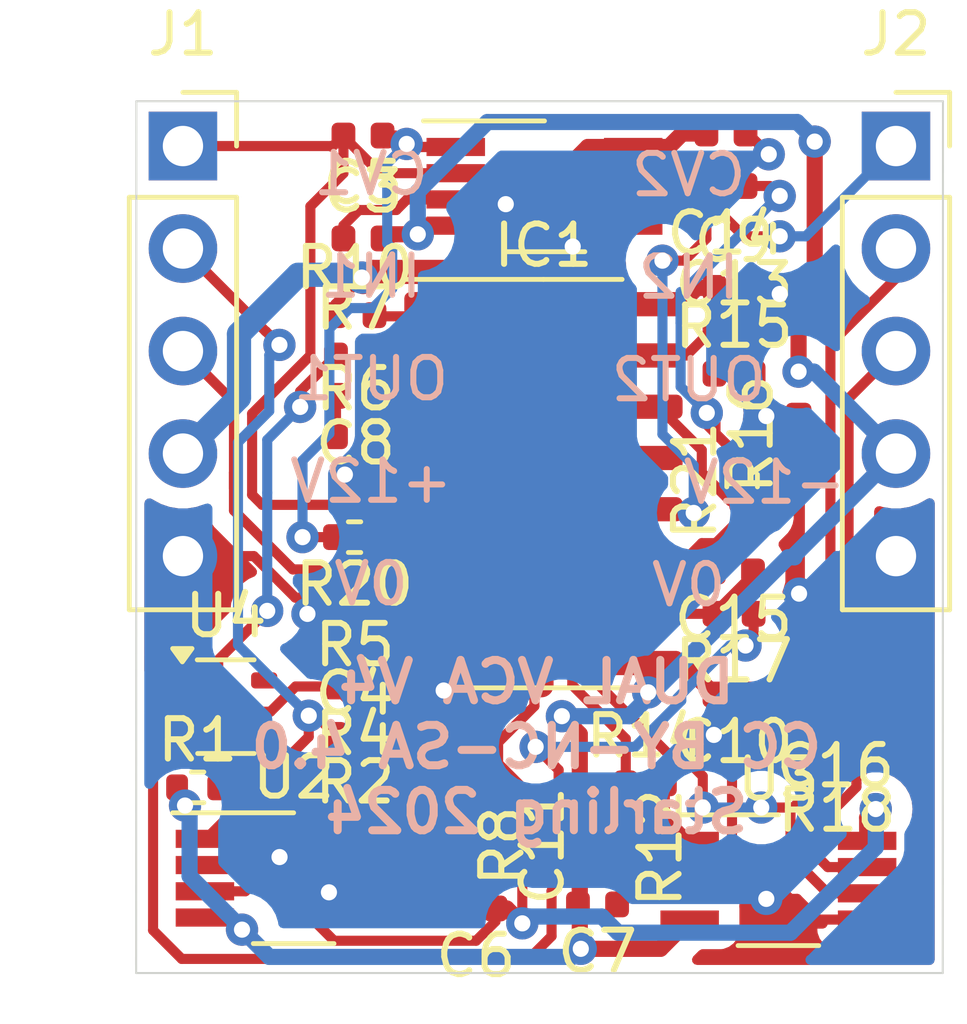
<source format=kicad_pcb>
(kicad_pcb (version 20240108) (generator "pcbnew") (generator_version "8.0")
  (layers (0 "F.Cu" signal) (31 "B.Cu" signal) (34 "B.Paste" user) (35 "F.Paste" user) (36 "B.SilkS" user "B.Silkscreen") (37 "F.SilkS" user "F.Silkscreen") (38 "B.Mask" user) (39 "F.Mask" user) (44 "Edge.Cuts" user))
  (net 0 "")
  (net 1 "GND")
  (net 2 "+12V")
  (net 3 "-12V")
  (net 4 "Net-(C4-Pad2)")
  (net 5 "Net-(IC1B-IN)")
  (net 6 "Net-(C5-Pad1)")
  (net 7 "Net-(C8-Pad2)")
  (net 8 "Net-(IC1A-IN)")
  (net 9 "Net-(IC1B-OUT)")
  (net 10 "Net-(C13-Pad2)")
  (net 11 "Net-(IC1D-IN)")
  (net 12 "Net-(C14-Pad1)")
  (net 13 "Net-(C15-Pad2)")
  (net 14 "Net-(IC1C-IN)")
  (net 15 "Net-(IC1D-OUT)")
  (net 16 "Net-(IC1E-MODE)")
  (net 17 "outl")
  (net 18 "inl")
  (net 19 "cvl")
  (net 20 "outr")
  (net 21 "inr")
  (net 22 "cvr")
  (net 23 "Net-(IC1A-CTRL)")
  (net 24 "Net-(IC1C-CTRL)")
  (net 25 "Net-(R2-Pad1)")
  (net 26 "Net-(R12-Pad1)")
  (net 30 "-5VREF")
  (footprint "Capacitor_SMD:C_0402_1005Metric" (layer "F.Cu") (at 139.4 100.8)
    (property "Reference" "C2" (hide yes))
    (property "Value" "100n")
  )
  (footprint "Capacitor_SMD:C_0402_1005Metric" (layer "F.Cu") (at 130.4 103.4)
    (property "Reference" "C3")
    (property "Value" "100n")
  )
  (footprint "Capacitor_SMD:C_0402_1005Metric" (layer "F.Cu") (at 130.2 113.5 180)
    (property "Reference" "C4")
    (property "Value" "1200p")
  )
  (footprint "Capacitor_SMD:C_0402_1005Metric" (layer "F.Cu") (at 130.4 100.85 180)
    (property "Reference" "C5")
    (property "Value" "100p")
  )
  (footprint "Capacitor_SMD:C_0402_1005Metric" (layer "F.Cu") (at 133.2 120 180)
    (property "Reference" "C6")
    (property "Value" "100n")
  )
  (footprint "Capacitor_SMD:C_0402_1005Metric" (layer "F.Cu") (at 136.215 119.9 180)
    (property "Reference" "C7")
    (property "Value" "100n")
  )
  (footprint "Capacitor_SMD:C_0402_1005Metric" (layer "F.Cu") (at 130.215 107.3 180)
    (property "Reference" "C8")
    (property "Value" "1200p")
  )
  (footprint "Capacitor_SMD:C_0402_1005Metric" (layer "F.Cu") (at 139.6 104.625)
    (property "Reference" "C9")
    (property "Value" "100n")
  )
  (footprint "Capacitor_SMD:C_0402_1005Metric" (layer "F.Cu") (at 139.6 114.7 180)
    (property "Reference" "C10")
    (property "Value" "100n")
  )
  (footprint "Capacitor_SMD:C_0402_1005Metric" (layer "F.Cu") (at 133.68 118.45 -90)
    (property "Reference" "C11")
    (property "Value" "100p")
  )
  (footprint "Capacitor_SMD:C_0402_1005Metric" (layer "F.Cu") (at 139.6 105.7)
    (property "Reference" "C13")
    (property "Value" "1200p")
  )
  (footprint "Capacitor_SMD:C_0402_1005Metric" (layer "F.Cu") (at 139.4 102.1 180)
    (property "Reference" "C14")
    (property "Value" "100p")
  )
  (footprint "Capacitor_SMD:C_0402_1005Metric" (layer "F.Cu") (at 139.585 111.65 180)
    (property "Reference" "C15")
    (property "Value" "1200p")
  )
  (footprint "Capacitor_SMD:C_0402_1005Metric" (layer "F.Cu") (at 142.115 115.3 180)
    (property "Reference" "C16")
    (property "Value" "100p")
  )
  (footprint "Connector_PinSocket_2.54mm:PinSocket_1x05_P2.54mm_Vertical" (layer "F.Cu") (at 125.935 101.11)
    (property "Reference" "J1")
    (property "Value" "lh")
  )
  (footprint "Connector_PinSocket_2.54mm:PinSocket_1x05_P2.54mm_Vertical" (layer "F.Cu") (at 143.615 101.11)
    (property "Reference" "J2")
    (property "Value" "rh")
  )
  (footprint "Resistor_SMD:R_0402_1005Metric" (layer "F.Cu") (at 130.2 115.7 180)
    (property "Reference" "R2")
    (property "Value" "100k")
  )
  (footprint "Resistor_SMD:R_0402_1005Metric" (layer "F.Cu") (at 130.2 114.5 180)
    (property "Reference" "R4")
    (property "Value" "30k")
  )
  (footprint "Resistor_SMD:R_0402_1005Metric" (layer "F.Cu") (at 130.2 112.3 180)
    (property "Reference" "R5")
    (property "Value" "220")
  )
  (footprint "Resistor_SMD:R_0402_1005Metric" (layer "F.Cu") (at 130.215 108.3)
    (property "Reference" "R6")
    (property "Value" "220")
  )
  (footprint "Resistor_SMD:R_0402_1005Metric" (layer "F.Cu") (at 130.215 106.3)
    (property "Reference" "R7")
    (property "Value" "100k")
  )
  (footprint "Resistor_SMD:R_0402_1005Metric" (layer "F.Cu") (at 132.68 118.45 -90)
    (property "Reference" "R8")
    (property "Value" "30k")
  )
  (footprint "Resistor_SMD:R_0402_1005Metric" (layer "F.Cu") (at 130.2 105.3)
    (property "Reference" "R10")
    (property "Value" "390k")
  )
  (footprint "Resistor_SMD:R_0402_1005Metric" (layer "F.Cu") (at 136.6 118.5 -90)
    (property "Reference" "R12")
    (property "Value" "100k")
  )
  (footprint "Resistor_SMD:R_0402_1005Metric" (layer "F.Cu") (at 137.4 116.9)
    (property "Reference" "R14")
    (property "Value" "30k")
  )
  (footprint "Resistor_SMD:R_0402_1005Metric" (layer "F.Cu") (at 139.6 106.75)
    (property "Reference" "R15")
    (property "Value" "220")
  )
  (footprint "Resistor_SMD:R_0402_1005Metric" (layer "F.Cu") (at 141.2 108.25 90)
    (property "Reference" "R16")
    (property "Value" "220")
  )
  (footprint "Resistor_SMD:R_0402_1005Metric" (layer "F.Cu") (at 139.6 112.7 180)
    (property "Reference" "R17")
    (property "Value" "100k")
  )
  (footprint "Resistor_SMD:R_0402_1005Metric" (layer "F.Cu") (at 142.15 116.4 180)
    (property "Reference" "R18")
    (property "Value" "30k")
  )
  (footprint "Package_SO:VSSOP-8_3.0x3.0mm_P0.65mm" (layer "F.Cu") (at 134.9 102.108)
    (property "Reference" "U1" (hide yes))
    (property "Value" "TL072")
  )
  (footprint "Package_SO:VSSOP-8_3.0x3.0mm_P0.65mm" (layer "F.Cu") (at 128.68 119.25)
    (property "Reference" "U2")
    (property "Value" "TL072")
  )
  (footprint "Package_SO:VSSOP-8_3.0x3.0mm_P0.65mm" (layer "F.Cu") (at 140.7 119.3)
    (property "Reference" "U3")
    (property "Value" "TL072")
  )
  (footprint "Package_SO:SOIC-16_3.9x9.9mm_P1.27mm" (layer "F.Cu") (at 134.874 109.474)
    (property "Reference" "IC1")
    (property "Value" "SSM2164S")
  )
  (footprint "Package_TO_SOT_SMD:SOT-353_SC-70-5" (layer "F.Cu") (at 127 115)
    (property "Reference" "U4")
    (property "Value" "LM4040DCK-5")
  )
  (footprint "Resistor_SMD:R_0402_1005Metric" (layer "F.Cu") (at 139.8 109.4 90)
    (property "Reference" "R21")
    (property "Value" "4.7k")
  )
  (footprint "Resistor_SMD:R_0402_1005Metric" (layer "F.Cu") (at 126.3 117)
    (property "Reference" "R1")
    (property "Value" "4.7k")
  )
  (footprint "Resistor_SMD:R_0402_1005Metric" (layer "F.Cu") (at 130.19 110.8 180)
    (property "Reference" "R20")
    (property "Value" "4.7k")
  )
  (gr_line (start 144.78 100) (end 144.775 121.6) (stroke (width 0.05)) (layer "Edge.Cuts"))
  (gr_line (start 124.775 121.6) (end 124.78 100) (stroke (width 0.05)) (layer "Edge.Cuts"))
  (gr_line (start 124.78 100) (end 144.78 100) (stroke (width 0.05)) (layer "Edge.Cuts"))
  (gr_line (start 144.775 121.6) (end 124.775 121.6) (stroke (width 0.05)) (layer "Edge.Cuts"))
  (gr_text "IN1" (at 130.6 104.34 0) (layer "B.SilkS") (effects (font (size 1 1)) (justify mirror)))
  (gr_text "OUT1" (at 130.6 106.88 0) (layer "B.SilkS") (effects (font (size 1 1)) (justify mirror)))
  (gr_text "+12V\n" (at 130.6 109.42 0) (layer "B.SilkS") (effects (font (size 1 1)) (justify mirror)))
  (gr_text "0V" (at 130.6 111.96 0) (layer "B.SilkS") (effects (font (size 1 1)) (justify mirror)))
  (gr_text "IN2" (at 138.475 104.365 0) (layer "B.SilkS") (effects (font (size 1 1)) (justify mirror)))
  (gr_text "OUT2" (at 138.475 106.905 0) (layer "B.SilkS") (effects (font (size 1 1)) (justify mirror)))
  (gr_text "-12V	" (at 138.475 109.445 0) (layer "B.SilkS") (effects (font (size 1 1)) (justify mirror)))
  (gr_text "0V" (at 138.475 111.985 0) (layer "B.SilkS") (effects (font (size 1 1)) (justify mirror)))
  (gr_text "CV2\n" (at 138.475 101.825 0) (layer "B.SilkS") (effects (font (size 1 1)) (justify mirror)))
  (gr_text "DUAL VCA V4\nCC BY-NC-SA 4.0\nStarling 2024" (at 134.7 116 0) (layer "B.SilkS") (effects (font (size 1 1) (thickness 0.2)) (justify mirror)))
  (gr_text "CV1" (at 130.6 101.8 0) (layer "B.SilkS") (effects (font (size 1 1)) (justify mirror)))
  (segment (start 142.9 120.275) (end 141.675 120.275) (width 0.25) (layer "F.Cu") (net 1))
  (segment (start 139.946096 100.8) (end 140.460696 101.3146) (width 0.25) (layer "F.Cu") (net 1))
  (segment (start 127.137081 111.27) (end 125.935 111.27) (width 0.25) (layer "F.Cu") (net 1))
  (segment (start 136.117 103.083) (end 137.1 103.083) (width 0.25) (layer "F.Cu") (net 1))
  (segment (start 130.88 120.225) (end 132.49 120.225) (width 0.25) (layer "F.Cu") (net 1))
  (segment (start 132.7 102.433) (end 133.82291 102.433) (width 0.25) (layer "F.Cu") (net 1))
  (segment (start 144.3 119.9) (end 144.3 111.955) (width 0.25) (layer "F.Cu") (net 1))
  (segment (start 141.21217 113.913135) (end 140.425305 114.7) (width 0.5) (layer "F.Cu") (net 1))
  (segment (start 129.905 120.225) (end 129.554998 119.874998) (width 0.25) (layer "F.Cu") (net 1))
  (segment (start 126.48 119.575) (end 127.481689 119.575) (width 0.25) (layer "F.Cu") (net 1))
  (segment (start 136.975 119.625) (end 136.7 119.9) (width 0.25) (layer "F.Cu") (net 1))
  (segment (start 136.117 103.083) (end 135.6 103.6) (width 0.25) (layer "F.Cu") (net 1))
  (segment (start 127.481689 119.575) (end 128.330128 118.726561) (width 0.25) (layer "F.Cu") (net 1))
  (segment (start 130.88 120.225) (end 129.905 120.225) (width 0.25) (layer "F.Cu") (net 1))
  (segment (start 140.58272 104.625) (end 140.732567 104.774847) (width 0.25) (layer "F.Cu") (net 1))
  (segment (start 141.2 107.765) (end 140.789698 107.765) (width 0.25) (layer "F.Cu") (net 1))
  (segment (start 129.423892 112.3) (end 129.022234 112.701658) (width 0.25) (layer "F.Cu") (net 1))
  (segment (start 130.7 108.3) (end 130.7 108.501574) (width 0.25) (layer "F.Cu") (net 1))
  (segment (start 139.885 100.8) (end 139.946096 100.8) (width 0.25) (layer "F.Cu") (net 1))
  (segment (start 125.4 111.805) (end 125.935 111.27) (width 0.25) (layer "F.Cu") (net 1))
  (segment (start 140.085 104.625) (end 140.58272 104.625) (width 0.25) (layer "F.Cu") (net 1))
  (segment (start 140.435 107.765) (end 141.2 107.765) (width 0.25) (layer "F.Cu") (net 1))
  (segment (start 139.404999 115.7) (end 139.1 115.7) (width 0.25) (layer "F.Cu") (net 1))
  (segment (start 142.9 120.275) (end 143.875 120.275) (width 0.25) (layer "F.Cu") (net 1))
  (segment (start 138.5 119.625) (end 136.975 119.625) (width 0.25) (layer "F.Cu") (net 1))
  (segment (start 143.875 120.275) (end 143.9 120.3) (width 0.25) (layer "F.Cu") (net 1))
  (segment (start 132.399 113.919) (end 132.399 114.599) (width 0.25) (layer "F.Cu") (net 1))
  (segment (start 141.162688 119.762688) (end 140.4 119.762688) (width 0.25) (layer "F.Cu") (net 1))
  (segment (start 140.085 115.019999) (end 139.404999 115.7) (width 0.25) (layer "F.Cu") (net 1))
  (segment (start 140.085 106.75) (end 140.085 107.060302) (width 0.25) (layer "F.Cu") (net 1))
  (segment (start 141.21217 112.2) (end 141.21217 113.913135) (width 0.5) (layer "F.Cu") (net 1))
  (segment (start 132.399 114.599) (end 132.4 114.6) (width 0.25) (layer "F.Cu") (net 1))
  (segment (start 126.05 115.65) (end 125.725001 115.65) (width 0.25) (layer "F.Cu") (net 1))
  (segment (start 129.715 112.3) (end 128.723004 112.3) (width 0.25) (layer "F.Cu") (net 1))
  (segment (start 140.435 107.765) (end 140.4 107.8) (width 0.25) (layer "F.Cu") (net 1))
  (segment (start 131.22653 102.69501) (end 130.29999 102.69501) (width 0.25) (layer "F.Cu") (net 1))
  (segment (start 138.5 119.625) (end 140.262312 119.625) (width 0.25) (layer "F.Cu") (net 1))
  (segment (start 140.085 107.060302) (end 140.789698 107.765) (width 0.25) (layer "F.Cu") (net 1))
  (segment (start 129.715 112.3) (end 129.423892 112.3) (width 0.25) (layer "F.Cu") (net 1))
  (segment (start 130.7 108.501574) (end 129.950787 109.250787) (width 0.25) (layer "F.Cu") (net 1))
  (segment (start 129.554998 119.874998) (end 129.554998 119.6) (width 0.25) (layer "F.Cu") (net 1))
  (segment (start 130.29999 102.69501) (end 129.915 103.08) (width 0.25) (layer "F.Cu") (net 1))
  (segment (start 125.4 115.324999) (end 125.4 111.805) (width 0.25) (layer "F.Cu") (net 1))
  (segment (start 140.085 106.75) (end 140.085 107.684294) (width 0.25) (layer "F.Cu") (net 1))
  (segment (start 143.9 120.3) (end 144.3 119.9) (width 0.25) (layer "F.Cu") (net 1))
  (segment (start 132.49 120.225) (end 132.715 120) (width 0.25) (layer "F.Cu") (net 1))
  (segment (start 127.693004 111.27) (end 127.137081 111.27) (width 0.25) (layer "F.Cu") (net 1))
  (segment (start 125.725001 115.65) (end 125.4 115.324999) (width 0.25) (layer "F.Cu") (net 1))
  (segment (start 141.21217 112.2) (end 141.324308 112.312138) (width 0.25) (layer "F.Cu") (net 1))
  (segment (start 140.085 114.7) (end 140.085 115.019999) (width 0.25) (layer "F.Cu") (net 1))
  (segment (start 133.82291 102.433) (end 133.93992 102.55001) (width 0.25) (layer "F.Cu") (net 1))
  (segment (start 129.915 103.08) (end 129.915 103.4) (width 0.25) (layer "F.Cu") (net 1))
  (segment (start 140.262312 119.625) (end 140.4 119.762688) (width 0.25) (layer "F.Cu") (net 1))
  (segment (start 131.48854 102.433) (end 131.22653 102.69501) (width 0.25) (layer "F.Cu") (net 1))
  (segment (start 141.675 120.275) (end 141.162688 119.762688) (width 0.25) (layer "F.Cu") (net 1))
  (segment (start 144.3 111.955) (end 143.615 111.27) (width 0.25) (layer "F.Cu") (net 1))
  (segment (start 128.723004 112.3) (end 127.693004 111.27) (width 0.25) (layer "F.Cu") (net 1))
  (segment (start 140.425305 114.7) (end 140.085 114.7) (width 0.25) (layer "F.Cu") (net 1))
  (segment (start 132.7 102.433) (end 131.48854 102.433) (width 0.25) (layer "F.Cu") (net 1))
  (via (at 140.4 119.762688) (size 0.8) (drill 0.4) (layers "F.Cu" "B.Cu") (net 1))
  (via (at 128.330128 118.726561) (size 0.8) (drill 0.4) (layers "F.Cu" "B.Cu") (net 1))
  (via (at 141.21217 112.2) (size 0.8) (drill 0.4) (layers "F.Cu" "B.Cu") (net 1))
  (via (at 139.1 115.7) (size 0.8) (drill 0.4) (layers "F.Cu" "B.Cu") (net 1))
  (via (at 133.93992 102.55001) (size 0.8) (drill 0.4) (layers "F.Cu" "B.Cu") (net 1))
  (via (at 140.460696 101.3146) (size 0.8) (drill 0.4) (layers "F.Cu" "B.Cu") (net 1))
  (via (at 140.732567 104.774847) (size 0.8) (drill 0.4) (layers "F.Cu" "B.Cu") (net 1))
  (via (at 132.4 114.6) (size 0.8) (drill 0.4) (layers "F.Cu" "B.Cu") (net 1))
  (via (at 129.022234 112.701658) (size 0.8) (drill 0.4) (layers "F.Cu" "B.Cu") (net 1))
  (via (at 129.950787 109.250787) (size 0.8) (drill 0.4) (layers "F.Cu" "B.Cu") (net 1))
  (via (at 135.6 103.6) (size 0.8) (drill 0.4) (layers "F.Cu" "B.Cu") (net 1))
  (via (at 129.554998 119.6) (size 0.8) (drill 0.4) (layers "F.Cu" "B.Cu") (net 1))
  (via (at 140.4 107.8) (size 0.8) (drill 0.4) (layers "F.Cu" "B.Cu") (net 1))
  (segment (start 143.615 111.27) (end 142.14217 111.27) (width 0.25) (layer "B.Cu") (net 1))
  (segment (start 142.14217 111.27) (end 141.21217 112.2) (width 0.25) (layer "B.Cu") (net 1))
  (segment (start 133.685 120) (end 133.962653 120) (width 0.4) (layer "F.Cu") (net 2))
  (segment (start 130.88 118.275) (end 129.806994 118.275) (width 0.25) (layer "F.Cu") (net 2))
  (segment (start 134.775 118.91) (end 134.35 119.335) (width 0.25) (layer "F.Cu") (net 2))
  (segment (start 133.5 104.229) (end 130.651 104.229) (width 0.6) (layer "F.Cu") (net 2))
  (segment (start 133.204999 120.8) (end 133.685 120.319999) (width 0.25) (layer "F.Cu") (net 2))
  (segment (start 134.3 104.229) (end 134.7 104.229) (width 0.6) (layer "F.Cu") (net 2))
  (segment (start 135.742916 105.029) (end 137.1 105.029) (width 0.6) (layer "F.Cu") (net 2))
  (segment (start 142.9 117.750307) (end 143.113601 117.536706) (width 0.4) (layer "F.Cu") (net 2))
  (segment (start 133.962653 120) (end 134.35 120.387347) (width 0.4) (layer "F.Cu") (net 2))
  (segment (start 134.67185 117.32815) (end 134.8 117.4563) (width 0.25) (layer "F.Cu") (net 2))
  (segment (start 134.824989 109.424989) (end 134.824989 113.8) (width 0.6) (layer "F.Cu") (net 2))
  (segment (start 134.649989 114.986407) (end 134.649989 114.643878) (width 0.25) (layer "F.Cu") (net 2))
  (segment (start 138.7 104.6) (end 138.725 104.625) (width 0.4) (layer "F.Cu") (net 2))
  (segment (start 135.975 101.133) (end 134.8 102.308) (width 0.4) (layer "F.Cu") (net 2))
  (segment (start 133.75 115.886396) (end 133.75 116.4063) (width 0.25) (layer "F.Cu") (net 2))
  (segment (start 134.824989 113.8) (end 134.824989 114.468878) (width 0.6) (layer "F.Cu") (net 2))
  (segment (start 134.67185 117.32815) (end 134.775 117.4313) (width 0.25) (layer "F.Cu") (net 2))
  (segment (start 134.3 104.229) (end 133.5 104.229) (width 0.6) (layer "F.Cu") (net 2))
  (segment (start 129.715 105.026421) (end 130.372686 104.368735) (width 0.25) (layer "F.Cu") (net 2))
  (segment (start 134.942916 104.229) (end 135.064546 104.35063) (width 0.4) (layer "F.Cu") (net 2))
  (segment (start 129.681994 120.8) (end 133.204999 120.8) (width 0.25) (layer "F.Cu") (net 2))
  (segment (start 134.35 119.335) (end 134.35 120.368673) (width 0.25) (layer "F.Cu") (net 2))
  (segment (start 134.775 117.4313) (end 134.775 118.91) (width 0.25) (layer "F.Cu") (net 2))
  (segment (start 134.35 120.387347) (end 134.35 120.368673) (width 0.4) (layer "F.Cu") (net 2))
  (segment (start 133.75 116.4063) (end 134.67185 117.32815) (width 0.25) (layer "F.Cu") (net 2))
  (segment (start 138.725 104.625) (end 139.115 104.625) (width 0.4) (layer "F.Cu") (net 2))
  (segment (start 137.957769 101.157769) (end 137.933 101.133) (width 0.4) (layer "F.Cu") (net 2))
  (segment (start 128.829996 119.251998) (end 128.829996 119.948002) (width 0.25) (layer "F.Cu") (net 2))
  (segment (start 134.824989 104.353989) (end 134.7 104.229) (width 0.6) (layer "F.Cu") (net 2))
  (segment (start 130.651 104.229) (end 130.4 104.48) (width 0.6) (layer "F.Cu") (net 2))
  (segment (start 134.824989 113.8) (end 134.824989 104.353989) (width 0.6) (layer "F.Cu") (net 2))
  (segment (start 134.7 104.229) (end 134.942916 104.229) (width 0.6) (layer "F.Cu") (net 2))
  (segment (start 133.685 120.319999) (end 133.685 120) (width 0.25) (layer "F.Cu") (net 2))
  (segment (start 138.915 100.8) (end 138.315538 100.8) (width 0.4) (layer "F.Cu") (net 2))
  (segment (start 134.8 104.086084) (end 134.942916 104.229) (width 0.4) (layer "F.Cu") (net 2))
  (segment (start 134.8 102.308) (end 134.8 104.086084) (width 0.4) (layer "F.Cu") (net 2))
  (segment (start 129.715 105.3) (end 129.715 105.026421) (width 0.25) (layer "F.Cu") (net 2))
  (segment (start 137.933 101.133) (end 137.1 101.133) (width 0.4) (layer "F.Cu") (net 2))
  (segment (start 134.942916 104.229) (end 135.742916 105.029) (width 0.6) (layer "F.Cu") (net 2))
  (segment (start 134.649989 114.643878) (end 134.824989 114.468878) (width 0.25) (layer "F.Cu") (net 2))
  (segment (start 142.9 118.325) (end 142.9 117.750307) (width 0.4) (layer "F.Cu") (net 2))
  (segment (start 137.1 101.133) (end 135.975 101.133) (width 0.4) (layer "F.Cu") (net 2))
  (segment (start 137.349 105.029) (end 138.271 105.029) (width 0.4) (layer "F.Cu") (net 2))
  (segment (start 138.271 105.029) (end 138.7 104.6) (width 0.4) (layer "F.Cu") (net 2))
  (segment (start 134.649989 114.986407) (end 133.75 115.886396) (width 0.25) (layer "F.Cu") (net 2))
  (segment (start 138.315538 100.8) (end 137.957769 101.157769) (width 0.4) (layer "F.Cu") (net 2))
  (segment (start 128.829996 119.948002) (end 129.681994 120.8) (width 0.25) (layer "F.Cu") (net 2))
  (segment (start 129.806994 118.275) (end 128.829996 119.251998) (width 0.25) (layer "F.Cu") (net 2))
  (via (at 130.372686 104.368735) (size 0.8) (drill 0.4) (layers "F.Cu" "B.Cu") (net 2))
  (via (at 134.35 120.368673) (size 0.8) (drill 0.4) (layers "F.Cu" "B.Cu") (net 2))
  (via (at 143.113601 117.536706) (size 0.8) (drill 0.4) (layers "F.Cu" "B.Cu") (net 2))
  (segment (start 134.35 120.368673) (end 134.518673 120.2) (width 0.4) (layer "B.Cu") (net 2))
  (segment (start 143.113601 118.486399) (end 143.113601 117.536706) (width 0.4) (layer "B.Cu") (net 2))
  (segment (start 127.325 105.766901) (end 128.791901 104.3) (width 0.6) (layer "B.Cu") (net 2))
  (segment (start 125.935 108.73) (end 127.325 107.34) (width 0.6) (layer "B.Cu") (net 2))
  (segment (start 128.791901 104.3) (end 130.3 104.3) (width 0.6) (layer "B.Cu") (net 2))
  (segment (start 127.325 107.34) (end 127.325 105.766901) (width 0.6) (layer "B.Cu") (net 2))
  (segment (start 134.518673 120.2) (end 136.325 120.2) (width 0.4) (layer "B.Cu") (net 2))
  (segment (start 136.725 120.6) (end 141 120.6) (width 0.4) (layer "B.Cu") (net 2))
  (segment (start 136.325 120.2) (end 136.725 120.6) (width 0.4) (layer "B.Cu") (net 2))
  (segment (start 141 120.6) (end 143.113601 118.486399) (width 0.4) (layer "B.Cu") (net 2))
  (segment (start 135.330678 115.235982) (end 135.775 115.680304) (width 0.4) (layer "F.Cu") (net 3))
  (segment (start 132.7 103.083) (end 131.971544 103.083) (width 0.4) (layer "F.Cu") (net 3))
  (segment (start 131.757894 103.29665) (end 130.98835 103.29665) (width 0.4) (layer "F.Cu") (net 3))
  (segment (start 135.775 115.680304) (end 135.775 119.3) (width 0.4) (layer "F.Cu") (net 3))
  (segment (start 135.775 119.3) (end 135.775 119.855) (width 0.4) (layer "F.Cu") (net 3))
  (segment (start 137.471683 114.646378) (end 137.471683 114.041683) (width 0.4) (layer "F.Cu") (net 3))
  (segment (start 135.775 119.3) (end 135.775 120.975) (width 0.4) (layer "F.Cu") (net 3))
  (segment (start 125.79 117.253342) (end 125.986657 117.449999) (width 0.25) (layer "F.Cu") (net 3))
  (segment (start 125.79 117) (end 125.79 117.253342) (width 0.25) (layer "F.Cu") (net 3))
  (segment (start 126.48 120.225) (end 127.1 120.225) (width 0.4) (layer "F.Cu") (net 3))
  (segment (start 135.73 120.93) (end 135.8 121) (width 0.25) (layer "F.Cu") (net 3))
  (segment (start 131.971544 103.083) (end 131.757894 103.29665) (width 0.4) (layer "F.Cu") (net 3))
  (segment (start 131.06 103.225) (end 130.885 103.4) (width 0.25) (layer "F.Cu") (net 3))
  (segment (start 141.2 105.5) (end 141.2 106.7) (width 0.4) (layer "F.Cu") (net 3))
  (segment (start 138.5 120.275) (end 137.775 121) (width 0.4) (layer "F.Cu") (net 3))
  (segment (start 141.6 101) (end 141.6 105.1) (width 0.4) (layer "F.Cu") (net 3))
  (segment (start 130.98835 103.29665) (end 130.885 103.4) (width 0.4) (layer "F.Cu") (net 3))
  (segment (start 141.6 105.1) (end 141.2 105.5) (width 0.4) (layer "F.Cu") (net 3))
  (segment (start 135.775 119.855) (end 135.73 119.9) (width 0.4) (layer "F.Cu") (net 3))
  (segment (start 137.349 113.919) (end 138.334 113.919) (width 0.4) (layer "F.Cu") (net 3))
  (segment (start 137.471683 114.041683) (end 137.349 113.919) (width 0.4) (layer "F.Cu") (net 3))
  (segment (start 135.775 120.975) (end 135.8 121) (width 0.4) (layer "F.Cu") (net 3))
  (segment (start 137.775 121) (end 135.8 121) (width 0.4) (layer "F.Cu") (net 3))
  (segment (start 127.1 120.225) (end 127.4 120.525) (width 0.4) (layer "F.Cu") (net 3))
  (segment (start 138.334 113.919) (end 139.115 114.7) (width 0.4) (layer "F.Cu") (net 3))
  (segment (start 141.425 100.775) (end 141.457567 100.807567) (width 0.25) (layer "F.Cu") (net 3))
  (via (at 135.330678 115.235982) (size 0.8) (drill 0.4) (layers "F.Cu" "B.Cu") (net 3))
  (via (at 137.471683 114.646378) (size 0.8) (drill 0.4) (layers "F.Cu" "B.Cu") (net 3))
  (via (at 125.986657 117.449999) (size 0.8) (drill 0.4) (layers "F.Cu" "B.Cu") (net 3))
  (via (at 127.4 120.525) (size 0.8) (drill 0.4) (layers "F.Cu" "B.Cu") (net 3))
  (via (at 131.757894 103.29665) (size 0.8) (drill 0.4) (layers "F.Cu" "B.Cu") (net 3))
  (via (at 141.6 101) (size 0.8) (drill 0.4) (layers "F.Cu" "B.Cu") (net 3))
  (via (at 141.2 106.7) (size 0.8) (drill 0.4) (layers "F.Cu" "B.Cu") (net 3))
  (via (at 135.8 121) (size 0.8) (drill 0.4) (layers "F.Cu" "B.Cu") (net 3))
  (segment (start 127.4 120.525) (end 127.4 120.5) (width 0.4) (layer "B.Cu") (net 3))
  (segment (start 141.2 106.7) (end 141.585 106.7) (width 0.4) (layer "B.Cu") (net 3))
  (segment (start 141.1 111.3) (end 140.938935 111.3) (width 0.4) (layer "B.Cu") (net 3))
  (segment (start 127.4 120.5) (end 126.1 119.2) (width 0.4) (layer "B.Cu") (net 3))
  (segment (start 138.469467 113.769467) (end 137.592556 114.646378) (width 0.4) (layer "B.Cu") (net 3))
  (segment (start 143.615 108.73) (end 141.1 111.245) (width 0.4) (layer "B.Cu") (net 3))
  (segment (start 141.1646 100.5146) (end 133.4854 100.5146) (width 0.4) (layer "B.Cu") (net 3))
  (segment (start 135.6 121.2) (end 135.8 121) (width 0.4) (layer "B.Cu") (net 3))
  (segment (start 141.585 106.7) (end 143.615 108.73) (width 0.4) (layer "B.Cu") (net 3))
  (segment (start 138.469467 113.769467) (end 137.002952 115.235982) (width 0.4) (layer "B.Cu") (net 3))
  (segment (start 131.757894 102.242106) (end 131.757894 103.29665) (width 0.4) (layer "B.Cu") (net 3))
  (segment (start 127.4 120.525) (end 128.075 121.2) (width 0.4) (layer "B.Cu") (net 3))
  (segment (start 141.1 111.245) (end 141.1 111.3) (width 0.4) (layer "B.Cu") (net 3))
  (segment (start 141.6 101) (end 141.6 100.95) (width 0.4) (layer "B.Cu") (net 3))
  (segment (start 128.075 121.2) (end 135.6 121.2) (width 0.4) (layer "B.Cu") (net 3))
  (segment (start 139.269467 112.969467) (end 138.469467 113.769467) (width 0.4) (layer "B.Cu") (net 3))
  (segment (start 139.269467 112.969467) (end 139.085153 113.153782) (width 0.4) (layer "B.Cu") (net 3))
  (segment (start 133.4854 100.5146) (end 131.757894 102.242106) (width 0.4) (layer "B.Cu") (net 3))
  (segment (start 137.002952 115.235982) (end 135.330678 115.235982) (width 0.4) (layer "B.Cu") (net 3))
  (segment (start 140.938935 111.3) (end 139.269467 112.969467) (width 0.4) (layer "B.Cu") (net 3))
  (segment (start 137.592556 114.646378) (end 137.471683 114.646378) (width 0.4) (layer "B.Cu") (net 3))
  (segment (start 126.1 119.2) (end 126.1 117.563343) (width 0.4) (layer "B.Cu") (net 3))
  (segment (start 141.6 100.95) (end 141.1646 100.5146) (width 0.4) (layer "B.Cu") (net 3))
  (segment (start 130.685 112.51346) (end 130.685 112.3) (width 0.25) (layer "F.Cu") (net 4))
  (segment (start 129.715 113.48346) (end 130.685 112.51346) (width 0.25) (layer "F.Cu") (net 4))
  (segment (start 132.399 112.649) (end 131.336 112.649) (width 0.25) (layer "F.Cu") (net 5))
  (segment (start 130.685 114.5) (end 130.685 113.5) (width 0.25) (layer "F.Cu") (net 5))
  (segment (start 131.336 112.649) (end 130.685 113.3) (width 0.25) (layer "F.Cu") (net 5))
  (segment (start 132.7 101.133) (end 133.267 101.133) (width 0.25) (layer "F.Cu") (net 6))
  (segment (start 131.483 101.133) (end 131.2 100.85) (width 0.25) (layer "F.Cu") (net 6))
  (segment (start 131.2 100.85) (end 130.885 100.85) (width 0.25) (layer "F.Cu") (net 6))
  (segment (start 131.558 101.133) (end 131.483 101.058) (width 0.25) (layer "F.Cu") (net 6))
  (segment (start 132.7 101.133) (end 131.558 101.133) (width 0.25) (layer "F.Cu") (net 6))
  (segment (start 132.7 101.133) (end 131.483 101.133) (width 0.25) (layer "F.Cu") (net 6))
  (segment (start 129.68 110.8) (end 128.9 110.8) (width 0.25) (layer "F.Cu") (net 6))
  (via (at 128.9 110.8) (size 0.8) (drill 0.4) (layers "F.Cu" "B.Cu") (net 6))
  (via (at 131.483 101.058) (size 0.8) (drill 0.4) (layers "F.Cu" "B.Cu") (net 6))
  (segment (start 130.075 105.125) (end 130.641727 105.125) (width 0.25) (layer "B.Cu") (net 6))
  (segment (start 128.9 110.8) (end 128.9 108.9) (width 0.25) (layer "B.Cu") (net 6))
  (segment (start 131 101.541) (end 131.483 101.058) (width 0.25) (layer "B.Cu") (net 6))
  (segment (start 131.125 104.641727) (end 131.125 103.650305) (width 0.25) (layer "B.Cu") (net 6))
  (segment (start 129.566333 108.233667) (end 129.566333 105.633667) (width 0.25) (layer "B.Cu") (net 6))
  (segment (start 131 103.525305) (end 131 101.541) (width 0.25) (layer "B.Cu") (net 6))
  (segment (start 129.566333 105.633667) (end 130.075 105.125) (width 0.25) (layer "B.Cu") (net 6))
  (segment (start 130.641727 105.125) (end 131.125 104.641727) (width 0.25) (layer "B.Cu") (net 6))
  (segment (start 131.125 103.650305) (end 131 103.525305) (width 0.25) (layer "B.Cu") (net 6))
  (segment (start 128.9 108.9) (end 129.566333 108.233667) (width 0.25) (layer "B.Cu") (net 6))
  (segment (start 129.73 107.3) (end 129.73 108.3) (width 0.25) (layer "F.Cu") (net 7))
  (segment (start 130.7 107.3) (end 130.7 106.3) (width 0.25) (layer "F.Cu") (net 8))
  (segment (start 130.7 106.3) (end 132.398 106.3) (width 0.25) (layer "F.Cu") (net 8))
  (segment (start 132.04 119.575) (end 130.88 119.575) (width 0.25) (layer "F.Cu") (net 9))
  (segment (start 134.199989 111.529081) (end 132.779908 110.109) (width 0.25) (layer "F.Cu") (net 9))
  (segment (start 133.3 116.592696) (end 133.3 115.7) (width 0.25) (layer "F.Cu") (net 9))
  (segment (start 132.779908 110.109) (end 132.399 110.109) (width 0.25) (layer "F.Cu") (net 9))
  (segment (start 134.325 118.312304) (end 134.325 117.617696) (width 0.25) (layer "F.Cu") (net 9))
  (segment (start 133.702304 118.935) (end 134.325 118.312304) (width 0.25) (layer "F.Cu") (net 9))
  (segment (start 132.68 118.935) (end 132.04 119.575) (width 0.25) (layer "F.Cu") (net 9))
  (segment (start 134.199989 114.800011) (end 134.199989 111.529081) (width 0.25) (layer "F.Cu") (net 9))
  (segment (start 133.3 115.7) (end 134.199989 114.800011) (width 0.25) (layer "F.Cu") (net 9))
  (segment (start 134.325 117.617696) (end 133.3 116.592696) (width 0.25) (layer "F.Cu") (net 9))
  (segment (start 133.68 118.935) (end 132.68 118.935) (width 0.25) (layer "F.Cu") (net 9))
  (segment (start 140.085 105.76346) (end 139.115 106.73346) (width 0.25) (layer "F.Cu") (net 10))
  (segment (start 136.374001 106.299) (end 135.589546 107.083455) (width 0.25) (layer "F.Cu") (net 11))
  (segment (start 136.915 115.795) (end 136.915 116.9) (width 0.25) (layer "F.Cu") (net 11))
  (segment (start 135.589546 114.469546) (end 136.915 115.795) (width 0.25) (layer "F.Cu") (net 11))
  (segment (start 138.416 106.299) (end 137.349 106.299) (width 0.25) (layer "F.Cu") (net 11))
  (segment (start 137.349 106.299) (end 136.374001 106.299) (width 0.25) (layer "F.Cu") (net 11))
  (segment (start 135.589546 107.083455) (end 135.589546 114.469546) (width 0.25) (layer "F.Cu") (net 11))
  (segment (start 139.115 105.6) (end 138.416 106.299) (width 0.25) (layer "F.Cu") (net 11))
  (segment (start 138.40301 101.45499) (end 139.55999 101.45499) (width 0.25) (layer "F.Cu") (net 12))
  (segment (start 139.885 101.78) (end 139.885 102.1) (width 0.25) (layer "F.Cu") (net 12))
  (segment (start 138.924 107.721596) (end 138.924 108.014) (width 0.25) (layer "F.Cu") (net 12))
  (segment (start 139.8 108.89) (end 139.14003 108.23003) (width 0.25) (layer "F.Cu") (net 12))
  (segment (start 137.1 101.783) (end 138.075 101.783) (width 0.25) (layer "F.Cu") (net 12))
  (segment (start 139.55999 101.45499) (end 139.885 101.78) (width 0.25) (layer "F.Cu") (net 12))
  (segment (start 139.14003 108.23003) (end 139.14003 107.755178) (width 0.25) (layer "F.Cu") (net 12))
  (segment (start 140.485982 102.1) (end 140.732567 102.346585) (width 0.25) (layer "F.Cu") (net 12))
  (segment (start 138.924 108.014) (end 139.8 108.89) (width 0.25) (layer "F.Cu") (net 12))
  (segment (start 138.075 101.783) (end 138.40301 101.45499) (width 0.25) (layer "F.Cu") (net 12))
  (segment (start 139.885 102.1) (end 140.485982 102.1) (width 0.25) (layer "F.Cu") (net 12))
  (via (at 138.924 107.721596) (size 0.8) (drill 0.4) (layers "F.Cu" "B.Cu") (net 12))
  (via (at 140.732567 102.346585) (size 0.8) (drill 0.4) (layers "F.Cu" "B.Cu") (net 12))
  (segment (start 140.707265 102.346585) (end 138.275 104.77885) (width 0.25) (layer "B.Cu") (net 12))
  (segment (start 138.275 105.5) (end 138.275 107.072596) (width 0.25) (layer "B.Cu") (net 12))
  (segment (start 138.275 107.072596) (end 138.924 107.721596) (width 0.25) (layer "B.Cu") (net 12))
  (segment (start 138.275 104.77885) (end 138.275 105.5) (width 0.25) (layer "B.Cu") (net 12))
  (segment (start 140.732567 102.346585) (end 140.707265 102.346585) (width 0.25) (layer "B.Cu") (net 12))
  (segment (start 138.275 104.725) (end 138.275 105.5) (width 0.25) (layer "B.Cu") (net 12))
  (segment (start 141.142426 108.735) (end 140.444544 109.432882) (width 0.25) (layer "F.Cu") (net 13))
  (segment (start 140.444544 109.432882) (end 140.444544 110.287881) (width 0.25) (layer "F.Cu") (net 13))
  (segment (start 140.444544 110.287881) (end 139.1 111.632426) (width 0.25) (layer "F.Cu") (net 13))
  (segment (start 139.115 112.7) (end 137.4 112.7) (width 0.25) (layer "F.Cu") (net 14))
  (segment (start 139.115 112.68346) (end 140.07 111.72846) (width 0.25) (layer "F.Cu") (net 14))
  (segment (start 140.6 117.5) (end 140.275002 117.5) (width 0.25) (layer "F.Cu") (net 15))
  (segment (start 136.486614 114.707522) (end 136.492478 114.707522) (width 0.25) (layer "F.Cu") (net 15))
  (segment (start 141.63 116.865) (end 141.665 116.9) (width 0.25) (layer "F.Cu") (net 15))
  (segment (start 137.349 108.839) (end 136.374001 108.839) (width 0.25) (layer "F.Cu") (net 15))
  (segment (start 141.665 116.9) (end 141 117.565) (width 0.25) (layer "F.Cu") (net 15))
  (segment (start 138 116.2) (end 138.3 116.2) (width 0.25) (layer "F.Cu") (net 15))
  (segment (start 141.925 119.625) (end 142.9 119.625) (width 0.25) (layer "F.Cu") (net 15))
  (segment (start 136.892478 115.107522) (end 136.907522 115.107522) (width 0.25) (layer "F.Cu") (net 15))
  (segment (start 138.825 116.725) (end 138.825 117.499998) (width 0.25) (layer "F.Cu") (net 15))
  (segment (start 140.275 117.5) (end 140.6 117.5) (width 0.25) (layer "F.Cu") (net 15))
  (segment (start 141.63 115.8) (end 141.63 116.865) (width 0.25) (layer "F.Cu") (net 15))
  (segment (start 136.039546 114.260454) (end 136.486614 114.707522) (width 0.25) (layer "F.Cu") (net 15))
  (segment (start 140.6 117.5) (end 140.935 117.5) (width 0.25) (layer "F.Cu") (net 15))
  (segment (start 136.039546 109.173455) (end 136.039546 114.260454) (width 0.25) (layer "F.Cu") (net 15))
  (segment (start 136.492478 114.707522) (end 136.892478 115.107522) (width 0.25) (layer "F.Cu") (net 15))
  (segment (start 136.907522 115.107522) (end 138 116.2) (width 0.25) (layer "F.Cu") (net 15))
  (segment (start 141 117.565) (end 141 118.7) (width 0.25) (layer "F.Cu") (net 15))
  (segment (start 136.374001 108.839) (end 136.039546 109.173455) (width 0.25) (layer "F.Cu") (net 15))
  (segment (start 141.63 115.3) (end 141.63 116.365) (width 0.25) (layer "F.Cu") (net 15))
  (segment (start 141 118.7) (end 141.925 119.625) (width 0.25) (layer "F.Cu") (net 15))
  (segment (start 138.3 116.2) (end 138.825 116.725) (width 0.25) (layer "F.Cu") (net 15))
  (segment (start 140.275002 117.5) (end 140.275 117.499998) (width 0.25) (layer "F.Cu") (net 15))
  (segment (start 140.935 117.5) (end 141 117.565) (width 0.25) (layer "F.Cu") (net 15))
  (via (at 138.825 117.499998) (size 0.8) (drill 0.4) (layers "F.Cu" "B.Cu") (net 15))
  (via (at 140.275 117.499998) (size 0.8) (drill 0.4) (layers "F.Cu" "B.Cu") (net 15))
  (segment (start 140.274998 117.499998) (end 140.275 117.5) (width 0.25) (layer "B.Cu") (net 15))
  (segment (start 138.825 117.499998) (end 140.274998 117.499998) (width 0.25) (layer "B.Cu") (net 15))
  (segment (start 132.399 105.029) (end 132.099 105.329) (width 0.25) (layer "F.Cu") (net 16))
  (segment (start 132.099 105.329) (end 130.714 105.329) (width 0.25) (layer "F.Cu") (net 16))
  (segment (start 130.972574 111.6) (end 130 111.6) (width 0.25) (layer "F.Cu") (net 17))
  (segment (start 128.6594 111.6) (end 127.2 110.1406) (width 0.25) (layer "F.Cu") (net 17))
  (segment (start 133.699 114.601) (end 133.699 112.298092) (width 0.25) (layer "F.Cu") (net 17))
  (segment (start 131.396564 112.02399) (end 130.972574 111.6) (width 0.25) (layer "F.Cu") (net 17))
  (segment (start 130 111.6) (end 128.6594 111.6) (width 0.25) (layer "F.Cu") (net 17))
  (segment (start 132.66346 117.965) (end 133.36 117.965) (width 0.25) (layer "F.Cu") (net 17))
  (segment (start 132.68 115.62) (end 132.68 117.965) (width 0.25) (layer "F.Cu") (net 17))
  (segment (start 127.2 109.2) (end 127.2 109.600678) (width 0.25) (layer "F.Cu") (net 17))
  (segment (start 125.935 106.19) (end 127.2 107.455) (width 0.25) (layer "F.Cu") (net 17))
  (segment (start 133.699 112.298092) (end 133.424898 112.02399) (width 0.25) (layer "F.Cu") (net 17))
  (segment (start 133.699 114.601) (end 132.68 115.62) (width 0.25) (layer "F.Cu") (net 17))
  (segment (start 130 111.6) (end 129.2 111.6) (width 0.25) (layer "F.Cu") (net 17))
  (segment (start 127.2 110.1406) (end 127.2 109.2) (width 0.25) (layer "F.Cu") (net 17))
  (segment (start 131.396564 112.02399) (end 133.424898 112.02399) (width 0.25) (layer "F.Cu") (net 17))
  (segment (start 127.2 107.455) (end 127.2 109.2) (width 0.25) (layer "F.Cu") (net 17))
  (segment (start 133.36 117.965) (end 133.68 117.965) (width 0.25) (layer "F.Cu") (net 17))
  (segment (start 131.697696 118.925) (end 130.88 118.925) (width 0.25) (layer "F.Cu") (net 17))
  (segment (start 132.657696 117.965) (end 131.697696 118.925) (width 0.25) (layer "F.Cu") (net 17))
  (segment (start 128.327395 106.037299) (end 127.990096 105.7) (width 0.25) (layer "F.Cu") (net 18))
  (segment (start 128 117.420676) (end 127.510338 117.910338) (width 0.25) (layer "F.Cu") (net 18))
  (segment (start 128 116.8) (end 128 117.420676) (width 0.25) (layer "F.Cu") (net 18))
  (segment (start 127.510338 117.910338) (end 127.53 117.93) (width 0.25) (layer "F.Cu") (net 18))
  (segment (start 129.054386 115.225) (end 129.24 115.225) (width 0.25) (layer "F.Cu") (net 18))
  (segment (start 127.990096 105.7) (end 127.985 105.7) (width 0.25) (layer "F.Cu") (net 18))
  (segment (start 127.985 105.7) (end 125.935 103.65) (width 0.25) (layer "F.Cu") (net 18))
  (segment (start 127.53 118.85) (end 127.455 118.925) (width 0.25) (layer "F.Cu") (net 18))
  (segment (start 129.054386 115.745614) (end 128 116.8) (width 0.25) (layer "F.Cu") (net 18))
  (segment (start 127.53 117.93) (end 127.53 118.85) (width 0.25) (layer "F.Cu") (net 18))
  (segment (start 129.24 115.225) (end 129.715 115.7) (width 0.25) (layer "F.Cu") (net 18))
  (segment (start 127.455 118.925) (end 126.48 118.925) (width 0.25) (layer "F.Cu") (net 18))
  (segment (start 129.054386 115.225) (end 129.054386 115.745614) (width 0.25) (layer "F.Cu") (net 18))
  (via (at 128.327395 106.037299) (size 0.8) (drill 0.4) (layers "F.Cu" "B.Cu") (net 18))
  (via (at 129.054386 115.225) (size 0.8) (drill 0.4) (layers "F.Cu" "B.Cu") (net 18))
  (segment (start 128.075 107.675) (end 128.075 106.289694) (width 0.25) (layer "B.Cu") (net 18))
  (segment (start 127.3 108.45) (end 128.075 107.675) (width 0.25) (layer "B.Cu") (net 18))
  (segment (start 129.054386 115.225) (end 127.3 113.470614) (width 0.25) (layer "B.Cu") (net 18))
  (segment (start 127.3 113.470614) (end 127.3 108.45) (width 0.25) (layer "B.Cu") (net 18))
  (segment (start 128.075 106.289694) (end 128.327395 106.037299) (width 0.25) (layer "B.Cu") (net 18))
  (segment (start 127.65 107.74) (end 129.095 106.295) (width 0.25) (layer "F.Cu") (net 19))
  (segment (start 130.825696 101.783) (end 129.915 100.872304) (width 0.25) (layer "F.Cu") (net 19))
  (segment (start 131.387172 108.839) (end 132.399 108.839) (width 0.25) (layer "F.Cu") (net 19))
  (segment (start 125.935 101.11) (end 129.61 101.11) (width 0.25) (layer "F.Cu") (net 19))
  (segment (start 130.226172 110) (end 131.387172 108.839) (width 0.25) (layer "F.Cu") (net 19))
  (segment (start 130 110) (end 127.9 110) (width 0.25) (layer "F.Cu") (net 19))
  (segment (start 129.61 101.11) (end 129.6325 101.1325) (width 0.25) (layer "F.Cu") (net 19))
  (segment (start 129.915 101.785) (end 129.915 100.85) (width 0.25) (layer "F.Cu") (net 19))
  (segment (start 130 110) (end 130.226172 110) (width 0.25) (layer "F.Cu") (net 19))
  (segment (start 129.095 106.295) (end 129.096802 106.296802) (width 0.25) (layer "F.Cu") (net 19))
  (segment (start 129.095 102.605) (end 129.915 101.785) (width 0.25) (layer "F.Cu") (net 19))
  (segment (start 127.9 110) (end 127.65 109.75) (width 0.25) (layer "F.Cu") (net 19))
  (segment (start 127.65 109.75) (end 127.65 107.74) (width 0.25) (layer "F.Cu") (net 19))
  (segment (start 129.096802 106.296802) (end 128.66 106.733604) (width 0.25) (layer "F.Cu") (net 19))
  (segment (start 132.7 101.783) (end 130.825696 101.783) (width 0.25) (layer "F.Cu") (net 19))
  (segment (start 129.6325 101.1325) (end 129.915 100.85) (width 0.25) (layer "F.Cu") (net 19))
  (segment (start 129.915 100.872304) (end 129.915 100.85) (width 0.25) (layer "F.Cu") (net 19))
  (segment (start 129.095 106.295) (end 129.095 102.605) (width 0.25) (layer "F.Cu") (net 19))
  (segment (start 130 110) (end 128.9 110) (width 0.25) (layer "F.Cu") (net 19))
  (segment (start 142.635 116.99) (end 142.635 116.9) (width 0.25) (layer "F.Cu") (net 20))
  (segment (start 142.9 118.975) (end 141.925 118.975) (width 0.25) (layer "F.Cu") (net 20))
  (segment (start 142.44 112.2) (end 142.635 112.395) (width 0.25) (layer "F.Cu") (net 20))
  (segment (start 141.675 117.95) (end 142.635 116.99) (width 0.25) (layer "F.Cu") (net 20))
  (segment (start 143.615 106.19) (end 142.44 107.365) (width 0.25) (layer "F.Cu") (net 20))
  (segment (start 141.675 118.725) (end 141.675 117.95) (width 0.25) (layer "F.Cu") (net 20))
  (segment (start 142.44 107.365) (end 142.44 112.2) (width 0.25) (layer "F.Cu") (net 20))
  (segment (start 142.635 112.395) (end 142.635 116.9) (width 0.25) (layer "F.Cu") (net 20))
  (segment (start 141.925 118.975) (end 141.675 118.725) (width 0.25) (layer "F.Cu") (net 20))
  (segment (start 141.99 106.01) (end 141.99 113.948477) (width 0.25) (layer "F.Cu") (net 21))
  (segment (start 139.514122 118.975) (end 138.5 118.975) (width 0.25) (layer "F.Cu") (net 21))
  (segment (start 139.55 116.388476) (end 139.55 118.875) (width 0.25) (layer "F.Cu") (net 21))
  (segment (start 139.45 118.975) (end 138.5 118.975) (width 0.25) (layer "F.Cu") (net 21))
  (segment (start 138.5 118.975) (end 136.61 118.975) (width 0.25) (layer "F.Cu") (net 21))
  (segment (start 143.615 104.385) (end 141.99 106.01) (width 0.25) (layer "F.Cu") (net 21))
  (segment (start 143.615 103.65) (end 143.615 104.385) (width 0.25) (layer "F.Cu") (net 21))
  (segment (start 141.99 113.948477) (end 139.55 116.388476) (width 0.25) (layer "F.Cu") (net 21))
  (segment (start 139.55 118.875) (end 139.45 118.975) (width 0.25) (layer "F.Cu") (net 21))
  (segment (start 137.825 103.95) (end 138.365 103.95) (width 0.25) (layer "F.Cu") (net 22))
  (segment (start 138.509 110.109) (end 138.6 110.2) (width 0.25) (layer "F.Cu") (net 22))
  (segment (start 138.915 102.1) (end 138.915 102.419999) (width 0.25) (layer "F.Cu") (net 22))
  (segment (start 138.915 102.1) (end 138.582 102.433) (width 0.25) (layer "F.Cu") (net 22))
  (segment (start 139.9073 103.412299) (end 140.612299 103.412299) (width 0.25) (layer "F.Cu") (net 22))
  (segment (start 138.365 103.95) (end 138.915 103.4) (width 0.25) (layer "F.Cu") (net 22))
  (segment (start 137.349 110.109) (end 138.509 110.109) (width 0.25) (layer "F.Cu") (net 22))
  (segment (start 138.915 103.4) (end 138.915 102.1) (width 0.25) (layer "F.Cu") (net 22))
  (segment (start 138.915 102.419999) (end 139.3975 102.9025) (width 0.25) (layer "F.Cu") (net 22))
  (segment (start 139.3975 102.9025) (end 139.841588 103.346588) (width 0.25) (layer "F.Cu") (net 22))
  (segment (start 139.3975 102.9025) (end 139.9073 103.412299) (width 0.25) (layer "F.Cu") (net 22))
  (segment (start 138.582 102.433) (end 137.1 102.433) (width 0.25) (layer "F.Cu") (net 22))
  (segment (start 139.841588 103.346588) (end 140.732567 103.346588) (width 0.25) (layer "F.Cu") (net 22))
  (via (at 137.825 103.95) (size 0.8) (drill 0.4) (layers "F.Cu" "B.Cu") (net 22))
  (via (at 138.6 110.2) (size 0.8) (drill 0.4) (layers "F.Cu" "B.Cu") (net 22))
  (via (at 140.732567 103.346588) (size 0.8) (drill 0.4) (layers "F.Cu" "B.Cu") (net 22))
  (segment (start 143.615 101.11) (end 141.378412 103.346588) (width 0.25) (layer "B.Cu") (net 22))
  (segment (start 138.6 110.2) (end 138.6 109.025) (width 0.25) (layer "B.Cu") (net 22))
  (segment (start 141.378412 103.346588) (end 140.732567 103.346588) (width 0.25) (layer "B.Cu") (net 22))
  (segment (start 137.825 108.25) (end 138.6 109.025) (width 0.25) (layer "B.Cu") (net 22))
  (segment (start 137.825 108.25) (end 137.825 103.95) (width 0.25) (layer "B.Cu") (net 22))
  (segment (start 132.399 107.569) (end 133.469 107.569) (width 0.25) (layer "F.Cu") (net 23))
  (segment (start 132.399 111.379) (end 131.424 111.379) (width 0.25) (layer "F.Cu") (net 23))
  (segment (start 130.7 110.16189) (end 130.7 110.8) (width 0.25) (layer "F.Cu") (net 23))
  (segment (start 133.69901 107.79901) (end 133.69901 109.20099) (width 0.25) (layer "F.Cu") (net 23))
  (segment (start 133.69901 109.20099) (end 133.424989 109.475011) (width 0.25) (layer "F.Cu") (net 23))
  (segment (start 130.955 110.91) (end 131.424 111.379) (width 0.25) (layer "F.Cu") (net 23))
  (segment (start 131.386879 109.475011) (end 130.7 110.16189) (width 0.25) (layer "F.Cu") (net 23))
  (segment (start 133.424989 109.475011) (end 131.386879 109.475011) (width 0.25) (layer "F.Cu") (net 23))
  (segment (start 133.469 107.569) (end 133.69901 107.79901) (width 0.25) (layer "F.Cu") (net 23))
  (segment (start 139.62548 110.08452) (end 139.62548 109.91) (width 0.25) (layer "F.Cu") (net 24))
  (segment (start 139.148354 110.948354) (end 138.801646 110.948354) (width 0.25) (layer "F.Cu") (net 24))
  (segment (start 138.371 111.379) (end 137.349 111.379) (width 0.25) (layer "F.Cu") (net 24))
  (segment (start 138.371 111.379) (end 138.801646 110.948354) (width 0.25) (layer "F.Cu") (net 24))
  (segment (start 138.8 108.64389) (end 137.72511 107.569) (width 0.25) (layer "F.Cu") (net 24))
  (segment (start 139.690426 110.406282) (end 139.148354 110.948354) (width 0.25) (layer "F.Cu") (net 24))
  (segment (start 139.690426 110.019574) (end 139.690426 110.406282) (width 0.25) (layer "F.Cu") (net 24))
  (segment (start 138.8 108.64389) (end 138.8 109.2) (width 0.25) (layer "F.Cu") (net 24))
  (segment (start 138.8 109.2) (end 139.51 109.91) (width 0.25) (layer "F.Cu") (net 24))
  (segment (start 139.51 109.91) (end 139.8 109.91) (width 0.25) (layer "F.Cu") (net 24))
  (segment (start 127.546188 115.125) (end 127.3 115.371188) (width 0.25) (layer "F.Cu") (net 25))
  (segment (start 129.715 114.522304) (end 130.685 115.492304) (width 0.25) (layer "F.Cu") (net 25))
  (segment (start 127.3 115.371188) (end 127.3 115.928812) (width 0.25) (layer "F.Cu") (net 25))
  (segment (start 128.103812 115.125) (end 127.546188 115.125) (width 0.25) (layer "F.Cu") (net 25))
  (segment (start 126.50928 118.275) (end 126.48 118.275) (width 0.25) (layer "F.Cu") (net 25))
  (segment (start 127.3 115.371188) (end 127.3 116.51572) (width 0.25) (layer "F.Cu") (net 25))
  (segment (start 127.405 116.62072) (end 127.405 117.37928) (width 0.25) (layer "F.Cu") (net 25))
  (segment (start 128.728812 114.5) (end 128.103812 115.125) (width 0.25) (layer "F.Cu") (net 25))
  (segment (start 129.715 114.5) (end 128.728812 114.5) (width 0.25) (layer "F.Cu") (net 25))
  (segment (start 127.405 117.37928) (end 126.50928 118.275) (width 0.25) (layer "F.Cu") (net 25))
  (segment (start 127.3 116.51572) (end 127.405 116.62072) (width 0.25) (layer "F.Cu") (net 25))
  (segment (start 130.685 115.492304) (end 130.685 115.7) (width 0.25) (layer "F.Cu") (net 25))
  (segment (start 136.91 118.325) (end 138.5 118.325) (width 0.25) (layer "F.Cu") (net 26))
  (segment (start 137.885 117.71) (end 138.5 118.325) (width 0.25) (layer "F.Cu") (net 26))
  (segment (start 137.885 116.9) (end 137.885 117.71) (width 0.25) (layer "F.Cu") (net 26))
  (segment (start 136.91 118.325) (end 136.6 118.015) (width 0.25) (layer "F.Cu") (net 26))
  (segment (start 135.25 116.565258) (end 134.680573 115.995831) (width 0.25) (layer "F.Cu") (net 30))
  (segment (start 125.195 120.54) (end 125.905 121.25) (width 0.25) (layer "F.Cu") (net 30))
  (segment (start 134.512652 121.25) (end 135.075 120.687652) (width 0.25) (layer "F.Cu") (net 30))
  (segment (start 126.81 116.679191) (end 126.485809 116.355) (width 0.25) (layer "F.Cu") (net 30))
  (segment (start 125.46072 116.355) (end 125.195 116.62072) (width 0.25) (layer "F.Cu") (net 30))
  (segment (start 128.025 112.6273) (end 126.81 113.8423) (width 0.25) (layer "F.Cu") (net 30))
  (segment (start 126.81 113.8423) (end 126.81 114.785001) (width 0.25) (layer "F.Cu") (net 30))
  (segment (start 126.05 114.35) (end 126.374999 114.35) (width 0.25) (layer "F.Cu") (net 30))
  (segment (start 140.085 113.285306) (end 139.885153 113.485153) (width 0.25) (layer "F.Cu") (net 30))
  (segment (start 126.81 115.2) (end 126.81 117) (width 0.25) (layer "F.Cu") (net 30))
  (segment (start 126.81 114.561188) (end 126.81 115.2) (width 0.25) (layer "F.Cu") (net 30))
  (segment (start 125.195 116.62072) (end 125.195 120.54) (width 0.25) (layer "F.Cu") (net 30))
  (segment (start 126.374999 114.35) (end 126.81 114.785001) (width 0.25) (layer "F.Cu") (net 30))
  (segment (start 140.085 112.7) (end 140.085 113.285306) (width 0.25) (layer "F.Cu") (net 30))
  (segment (start 126.485809 116.355) (end 125.46072 116.355) (width 0.25) (layer "F.Cu") (net 30))
  (segment (start 135.25 119.387696) (end 135.25 116.565258) (width 0.25) (layer "F.Cu") (net 30))
  (segment (start 126.81 114.785001) (end 126.81 115.2) (width 0.25) (layer "F.Cu") (net 30))
  (segment (start 128.841333 107.573971) (end 128.841333 107.188667) (width 0.25) (layer "F.Cu") (net 30))
  (segment (start 126.81 117) (end 126.81 116.679191) (width 0.25) (layer "F.Cu") (net 30))
  (segment (start 135.075 119.562696) (end 135.25 119.387696) (width 0.25) (layer "F.Cu") (net 30))
  (segment (start 125.905 121.25) (end 134.512652 121.25) (width 0.25) (layer "F.Cu") (net 30))
  (segment (start 126.81 114.561188) (end 126.81 114.785001) (width 0.25) (layer "F.Cu") (net 30))
  (segment (start 128.841333 107.188667) (end 129.73 106.3) (width 0.25) (layer "F.Cu") (net 30))
  (segment (start 135.075 120.687652) (end 135.075 119.562696) (width 0.25) (layer "F.Cu") (net 30))
  (via (at 128.841333 107.573971) (size 0.8) (drill 0.4) (layers "F.Cu" "B.Cu") (net 30))
  (via (at 134.680573 115.995831) (size 0.8) (drill 0.4) (layers "F.Cu" "B.Cu") (net 30))
  (via (at 128.025 112.6273) (size 0.8) (drill 0.4) (layers "F.Cu" "B.Cu") (net 30))
  (via (at 139.885153 113.485153) (size 0.8) (drill 0.4) (layers "F.Cu" "B.Cu") (net 30))
  (segment (start 128.025 109.7) (end 128.025 108.390304) (width 0.25) (layer "B.Cu") (net 30))
  (segment (start 138.290698 114.852669) (end 137.147536 115.995831) (width 0.25) (layer "B.Cu") (net 30))
  (segment (start 138.290698 114.690698) (end 138.190698 114.790698) (width 0.25) (layer "B.Cu") (net 30))
  (segment (start 128.025 112.6273) (end 128.025 109.7) (width 0.25) (layer "B.Cu") (net 30))
  (segment (start 139.885153 113.485153) (end 139.496243 113.485153) (width 0.25) (layer "B.Cu") (net 30))
  (segment (start 138.290698 114.690698) (end 138.290698 114.852669) (width 0.25) (layer "B.Cu") (net 30))
  (segment (start 137.147536 115.995831) (end 134.680573 115.995831) (width 0.25) (layer "B.Cu") (net 30))
  (segment (start 139.496243 113.485153) (end 138.290698 114.690698) (width 0.25) (layer "B.Cu") (net 30))
  (segment (start 128.025 108.390304) (end 128.841333 107.573971) (width 0.25) (layer "B.Cu") (net 30))
  (zone (net 1) (net_name "GND") (layer "F.Cu") (connect_pads (clearance 0.508)) (min_thickness 0.254) (fill yes (thermal_gap 0.508) (thermal_bridge_width 0.508))
    (polygon (pts (xy 124.775 100) (xy 144.775 100) (xy 144.775 121.6) (xy 124.8 121.6)))
  )
  (zone (net 1) (net_name "GND") (layer "B.Cu") (connect_pads (clearance 0.508)) (min_thickness 0.254) (fill yes (thermal_gap 0.508) (thermal_bridge_width 0.508))
    (polygon (pts (xy 124.8 100) (xy 144.8 100) (xy 144.8 121.6) (xy 124.8 121.6)))
  )
)
</source>
